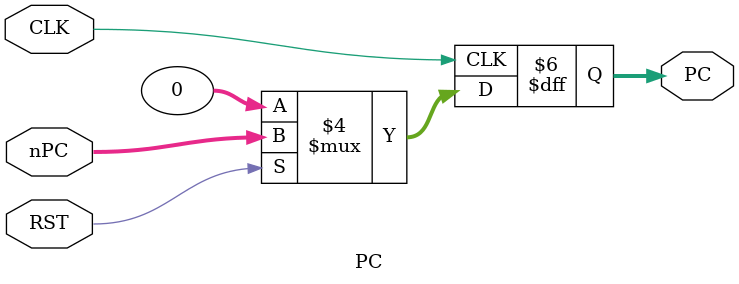
<source format=v>
`timescale 1ns / 1ps


module PC(input RST,
          input CLK,  
          input [31:0] nPC,
          output reg [31:0] PC);

    always @ (posedge CLK)
        begin
            
            if (RST == 0)PC <= 0;
            else PC <= nPC;
        end
          
endmodule

</source>
